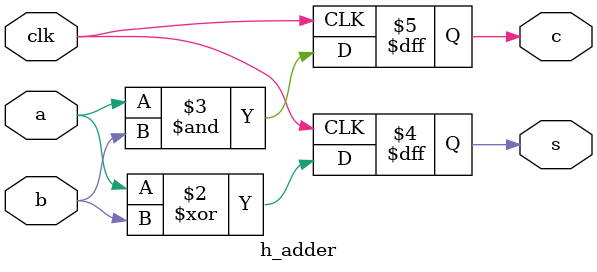
<source format=v>
module h_adder(a,b,clk,s,c);
input a,b,clk;
output reg s,c;
always@(posedge clk)
begin
s=a^b;
c=a&b;
end
endmodule

</source>
